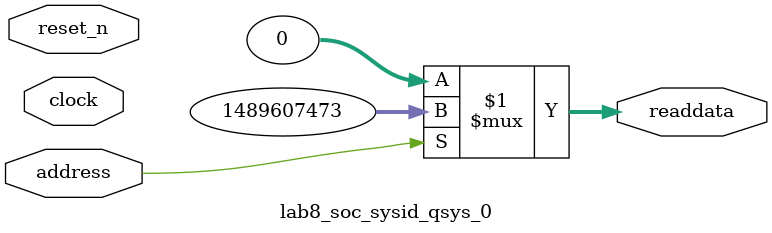
<source format=v>

`timescale 1ns / 1ps
// synthesis translate_on

// turn off superfluous verilog processor warnings 
// altera message_level Level1 
// altera message_off 10034 10035 10036 10037 10230 10240 10030 

module lab8_soc_sysid_qsys_0 (
               // inputs:
                address,
                clock,
                reset_n,

               // outputs:
                readdata
             )
;

  output  [ 31: 0] readdata;
  input            address;
  input            clock;
  input            reset_n;

  wire    [ 31: 0] readdata;
  //control_slave, which is an e_avalon_slave
  assign readdata = address ? 1489607473 : 0;

endmodule




</source>
